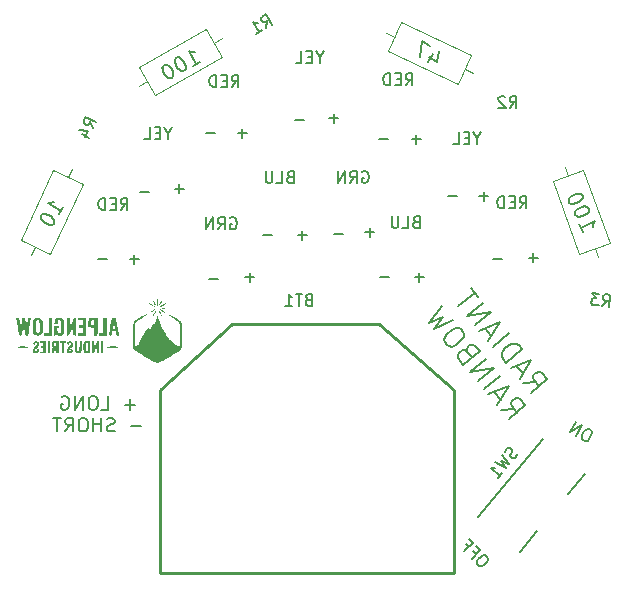
<source format=gbr>
%TF.GenerationSoftware,KiCad,Pcbnew,(6.0.1)*%
%TF.CreationDate,2022-04-15T14:04:08-07:00*%
%TF.ProjectId,Alpenglow_RadiantRainbow_PCB,416c7065-6e67-46c6-9f77-5f5261646961,rev?*%
%TF.SameCoordinates,Original*%
%TF.FileFunction,Legend,Bot*%
%TF.FilePolarity,Positive*%
%FSLAX46Y46*%
G04 Gerber Fmt 4.6, Leading zero omitted, Abs format (unit mm)*
G04 Created by KiCad (PCBNEW (6.0.1)) date 2022-04-15 14:04:08*
%MOMM*%
%LPD*%
G01*
G04 APERTURE LIST*
G04 Aperture macros list*
%AMHorizOval*
0 Thick line with rounded ends*
0 $1 width*
0 $2 $3 position (X,Y) of the first rounded end (center of the circle)*
0 $4 $5 position (X,Y) of the second rounded end (center of the circle)*
0 Add line between two ends*
20,1,$1,$2,$3,$4,$5,0*
0 Add two circle primitives to create the rounded ends*
1,1,$1,$2,$3*
1,1,$1,$4,$5*%
%AMRotRect*
0 Rectangle, with rotation*
0 The origin of the aperture is its center*
0 $1 length*
0 $2 width*
0 $3 Rotation angle, in degrees counterclockwise*
0 Add horizontal line*
21,1,$1,$2,0,0,$3*%
G04 Aperture macros list end*
%ADD10C,0.203200*%
%ADD11C,0.150000*%
%ADD12C,0.152400*%
%ADD13C,0.120000*%
%ADD14C,0.254000*%
%ADD15R,1.800000X1.800000*%
%ADD16C,1.800000*%
%ADD17HorizOval,1.900000X-0.612836X0.514230X0.612836X-0.514230X0*%
%ADD18RotRect,1.300000X2.500000X230.000000*%
%ADD19HorizOval,1.300000X-0.459627X0.385673X0.459627X-0.385673X0*%
%ADD20C,1.600000*%
%ADD21HorizOval,1.600000X0.000000X0.000000X0.000000X0.000000X0*%
%ADD22HorizOval,1.600000X0.000000X0.000000X0.000000X0.000000X0*%
%ADD23HorizOval,1.600000X0.000000X0.000000X0.000000X0.000000X0*%
%ADD24C,17.272000*%
%ADD25O,2.500000X4.000000*%
%ADD26HorizOval,1.600000X0.000000X0.000000X0.000000X0.000000X0*%
G04 APERTURE END LIST*
D10*
X155009314Y-78304745D02*
X154585981Y-79037980D01*
X155513089Y-78036945D02*
X155321387Y-78973744D01*
X154640526Y-78580649D01*
X154749616Y-77665985D02*
X154016381Y-77242652D01*
X153852746Y-78614647D01*
X134624496Y-79322218D02*
X135252983Y-78959361D01*
X134938740Y-79140790D02*
X134303740Y-78040938D01*
X134499202Y-78137583D01*
X134664426Y-78181855D01*
X134799412Y-78173752D01*
X133308635Y-78615461D02*
X133203887Y-78675938D01*
X133129378Y-78788788D01*
X133107242Y-78871400D01*
X133115344Y-79006386D01*
X133183923Y-79246119D01*
X133335113Y-79507989D01*
X133508439Y-79687247D01*
X133621290Y-79761756D01*
X133703902Y-79783892D01*
X133838887Y-79775790D01*
X133943635Y-79715314D01*
X134018145Y-79602464D01*
X134040281Y-79519851D01*
X134032179Y-79384866D01*
X133963600Y-79145132D01*
X133812410Y-78883262D01*
X133639083Y-78704005D01*
X133526233Y-78629495D01*
X133443621Y-78607359D01*
X133308635Y-78615461D01*
X132261157Y-79220223D02*
X132156409Y-79280699D01*
X132081899Y-79393550D01*
X132059764Y-79476162D01*
X132067866Y-79611148D01*
X132136444Y-79850881D01*
X132287635Y-80112751D01*
X132460961Y-80292008D01*
X132573811Y-80366518D01*
X132656423Y-80388654D01*
X132791409Y-80380552D01*
X132896157Y-80320076D01*
X132970667Y-80207225D01*
X132992803Y-80124613D01*
X132984700Y-79989627D01*
X132916122Y-79749894D01*
X132764931Y-79488024D01*
X132591605Y-79308767D01*
X132478755Y-79234257D01*
X132396143Y-79212121D01*
X132261157Y-79220223D01*
X167350121Y-92704144D02*
X167656821Y-93361865D01*
X167503471Y-93033005D02*
X168654482Y-92496279D01*
X168541168Y-92682575D01*
X168482665Y-92843311D01*
X168478972Y-92978490D01*
X168168873Y-91454889D02*
X168117757Y-91345269D01*
X168011830Y-91261207D01*
X167931462Y-91231955D01*
X167796283Y-91228262D01*
X167551485Y-91275685D01*
X167277434Y-91403477D01*
X167083753Y-91560520D01*
X166999691Y-91666447D01*
X166970439Y-91746815D01*
X166966746Y-91881994D01*
X167017862Y-91991614D01*
X167123789Y-92075676D01*
X167204158Y-92104927D01*
X167339336Y-92108621D01*
X167584134Y-92061197D01*
X167858185Y-91933406D01*
X168051867Y-91776362D01*
X168135928Y-91670435D01*
X168165180Y-91590067D01*
X168168873Y-91454889D01*
X167657706Y-90358688D02*
X167606590Y-90249068D01*
X167500663Y-90165006D01*
X167420295Y-90135754D01*
X167285116Y-90132061D01*
X167040318Y-90179484D01*
X166766268Y-90307276D01*
X166572586Y-90464319D01*
X166488524Y-90570246D01*
X166459272Y-90650614D01*
X166455579Y-90785793D01*
X166506696Y-90895413D01*
X166612622Y-90979475D01*
X166692991Y-91008726D01*
X166828169Y-91012420D01*
X167072968Y-90964996D01*
X167347018Y-90837205D01*
X167540700Y-90680161D01*
X167624761Y-90574235D01*
X167654013Y-90493866D01*
X167657706Y-90358688D01*
X123300504Y-91898766D02*
X123663361Y-91270279D01*
X123481933Y-91584522D02*
X122382080Y-90949522D01*
X122599678Y-90935489D01*
X122764902Y-90891217D01*
X122877752Y-90816707D01*
X121807557Y-91944627D02*
X121747080Y-92049374D01*
X121738978Y-92184360D01*
X121761114Y-92266972D01*
X121835624Y-92379823D01*
X122014881Y-92553149D01*
X122276751Y-92704339D01*
X122516485Y-92772918D01*
X122651471Y-92781020D01*
X122734083Y-92758884D01*
X122846933Y-92684374D01*
X122907409Y-92579627D01*
X122915511Y-92444641D01*
X122893375Y-92362029D01*
X122818866Y-92249179D01*
X122639608Y-92075852D01*
X122377738Y-91924662D01*
X122138005Y-91856083D01*
X122003019Y-91847981D01*
X121920407Y-91870117D01*
X121807557Y-91944627D01*
D11*
X154177952Y-97226428D02*
X153416047Y-97226428D01*
X153797000Y-97607380D02*
X153797000Y-96845476D01*
X132556142Y-85066190D02*
X132556142Y-85542380D01*
X132889476Y-84542380D02*
X132556142Y-85066190D01*
X132222809Y-84542380D01*
X131889476Y-85018571D02*
X131556142Y-85018571D01*
X131413285Y-85542380D02*
X131889476Y-85542380D01*
X131889476Y-84542380D01*
X131413285Y-84542380D01*
X130508523Y-85542380D02*
X130984714Y-85542380D01*
X130984714Y-84542380D01*
X152661857Y-80970380D02*
X152995190Y-80494190D01*
X153233285Y-80970380D02*
X153233285Y-79970380D01*
X152852333Y-79970380D01*
X152757095Y-80018000D01*
X152709476Y-80065619D01*
X152661857Y-80160857D01*
X152661857Y-80303714D01*
X152709476Y-80398952D01*
X152757095Y-80446571D01*
X152852333Y-80494190D01*
X153233285Y-80494190D01*
X152233285Y-80446571D02*
X151899952Y-80446571D01*
X151757095Y-80970380D02*
X152233285Y-80970380D01*
X152233285Y-79970380D01*
X151757095Y-79970380D01*
X151328523Y-80970380D02*
X151328523Y-79970380D01*
X151090428Y-79970380D01*
X150947571Y-80018000D01*
X150852333Y-80113238D01*
X150804714Y-80208476D01*
X150757095Y-80398952D01*
X150757095Y-80541809D01*
X150804714Y-80732285D01*
X150852333Y-80827523D01*
X150947571Y-80922761D01*
X151090428Y-80970380D01*
X151328523Y-80970380D01*
X160781952Y-95702428D02*
X160020047Y-95702428D01*
X144271952Y-93670428D02*
X143510047Y-93670428D01*
X143891000Y-94051380D02*
X143891000Y-93289476D01*
X149986952Y-93416428D02*
X149225047Y-93416428D01*
X149606000Y-93797380D02*
X149606000Y-93035476D01*
X158718142Y-85447190D02*
X158718142Y-85923380D01*
X159051476Y-84923380D02*
X158718142Y-85447190D01*
X158384809Y-84923380D01*
X158051476Y-85399571D02*
X157718142Y-85399571D01*
X157575285Y-85923380D02*
X158051476Y-85923380D01*
X158051476Y-84923380D01*
X157575285Y-84923380D01*
X156670523Y-85923380D02*
X157146714Y-85923380D01*
X157146714Y-84923380D01*
X137794904Y-92210000D02*
X137890142Y-92162380D01*
X138033000Y-92162380D01*
X138175857Y-92210000D01*
X138271095Y-92305238D01*
X138318714Y-92400476D01*
X138366333Y-92590952D01*
X138366333Y-92733809D01*
X138318714Y-92924285D01*
X138271095Y-93019523D01*
X138175857Y-93114761D01*
X138033000Y-93162380D01*
X137937761Y-93162380D01*
X137794904Y-93114761D01*
X137747285Y-93067142D01*
X137747285Y-92733809D01*
X137937761Y-92733809D01*
X136747285Y-93162380D02*
X137080619Y-92686190D01*
X137318714Y-93162380D02*
X137318714Y-92162380D01*
X136937761Y-92162380D01*
X136842523Y-92210000D01*
X136794904Y-92257619D01*
X136747285Y-92352857D01*
X136747285Y-92495714D01*
X136794904Y-92590952D01*
X136842523Y-92638571D01*
X136937761Y-92686190D01*
X137318714Y-92686190D01*
X136318714Y-93162380D02*
X136318714Y-92162380D01*
X135747285Y-93162380D01*
X135747285Y-92162380D01*
X142843142Y-88701571D02*
X142700285Y-88749190D01*
X142652666Y-88796809D01*
X142605047Y-88892047D01*
X142605047Y-89034904D01*
X142652666Y-89130142D01*
X142700285Y-89177761D01*
X142795523Y-89225380D01*
X143176476Y-89225380D01*
X143176476Y-88225380D01*
X142843142Y-88225380D01*
X142747904Y-88273000D01*
X142700285Y-88320619D01*
X142652666Y-88415857D01*
X142652666Y-88511095D01*
X142700285Y-88606333D01*
X142747904Y-88653952D01*
X142843142Y-88701571D01*
X143176476Y-88701571D01*
X141700285Y-89225380D02*
X142176476Y-89225380D01*
X142176476Y-88225380D01*
X141366952Y-88225380D02*
X141366952Y-89034904D01*
X141319333Y-89130142D01*
X141271714Y-89177761D01*
X141176476Y-89225380D01*
X140986000Y-89225380D01*
X140890761Y-89177761D01*
X140843142Y-89130142D01*
X140795523Y-89034904D01*
X140795523Y-88225380D01*
X147319952Y-93543428D02*
X146558047Y-93543428D01*
X129721428Y-108000527D02*
X128850571Y-108000527D01*
X129286000Y-108435956D02*
X129286000Y-107565099D01*
X126891142Y-108435956D02*
X127435428Y-108435956D01*
X127435428Y-107292956D01*
X126292428Y-107292956D02*
X126074714Y-107292956D01*
X125965857Y-107347385D01*
X125857000Y-107456242D01*
X125802571Y-107673956D01*
X125802571Y-108054956D01*
X125857000Y-108272670D01*
X125965857Y-108381527D01*
X126074714Y-108435956D01*
X126292428Y-108435956D01*
X126401285Y-108381527D01*
X126510142Y-108272670D01*
X126564571Y-108054956D01*
X126564571Y-107673956D01*
X126510142Y-107456242D01*
X126401285Y-107347385D01*
X126292428Y-107292956D01*
X125312714Y-108435956D02*
X125312714Y-107292956D01*
X124659571Y-108435956D01*
X124659571Y-107292956D01*
X123516571Y-107347385D02*
X123625428Y-107292956D01*
X123788714Y-107292956D01*
X123952000Y-107347385D01*
X124060857Y-107456242D01*
X124115285Y-107565099D01*
X124169714Y-107782813D01*
X124169714Y-107946099D01*
X124115285Y-108163813D01*
X124060857Y-108272670D01*
X123952000Y-108381527D01*
X123788714Y-108435956D01*
X123679857Y-108435956D01*
X123516571Y-108381527D01*
X123462142Y-108327099D01*
X123462142Y-107946099D01*
X123679857Y-107946099D01*
X130238500Y-109840757D02*
X129367642Y-109840757D01*
X128006928Y-110221757D02*
X127843642Y-110276186D01*
X127571500Y-110276186D01*
X127462642Y-110221757D01*
X127408214Y-110167329D01*
X127353785Y-110058472D01*
X127353785Y-109949615D01*
X127408214Y-109840757D01*
X127462642Y-109786329D01*
X127571500Y-109731900D01*
X127789214Y-109677472D01*
X127898071Y-109623043D01*
X127952500Y-109568615D01*
X128006928Y-109459757D01*
X128006928Y-109350900D01*
X127952500Y-109242043D01*
X127898071Y-109187615D01*
X127789214Y-109133186D01*
X127517071Y-109133186D01*
X127353785Y-109187615D01*
X126863928Y-110276186D02*
X126863928Y-109133186D01*
X126863928Y-109677472D02*
X126210785Y-109677472D01*
X126210785Y-110276186D02*
X126210785Y-109133186D01*
X125448785Y-109133186D02*
X125231071Y-109133186D01*
X125122214Y-109187615D01*
X125013357Y-109296472D01*
X124958928Y-109514186D01*
X124958928Y-109895186D01*
X125013357Y-110112900D01*
X125122214Y-110221757D01*
X125231071Y-110276186D01*
X125448785Y-110276186D01*
X125557642Y-110221757D01*
X125666500Y-110112900D01*
X125720928Y-109895186D01*
X125720928Y-109514186D01*
X125666500Y-109296472D01*
X125557642Y-109187615D01*
X125448785Y-109133186D01*
X123815928Y-110276186D02*
X124196928Y-109731900D01*
X124469071Y-110276186D02*
X124469071Y-109133186D01*
X124033642Y-109133186D01*
X123924785Y-109187615D01*
X123870357Y-109242043D01*
X123815928Y-109350900D01*
X123815928Y-109514186D01*
X123870357Y-109623043D01*
X123924785Y-109677472D01*
X124033642Y-109731900D01*
X124469071Y-109731900D01*
X123489357Y-109133186D02*
X122836214Y-109133186D01*
X123162785Y-110276186D02*
X123162785Y-109133186D01*
X162313857Y-91384380D02*
X162647190Y-90908190D01*
X162885285Y-91384380D02*
X162885285Y-90384380D01*
X162504333Y-90384380D01*
X162409095Y-90432000D01*
X162361476Y-90479619D01*
X162313857Y-90574857D01*
X162313857Y-90717714D01*
X162361476Y-90812952D01*
X162409095Y-90860571D01*
X162504333Y-90908190D01*
X162885285Y-90908190D01*
X161885285Y-90860571D02*
X161551952Y-90860571D01*
X161409095Y-91384380D02*
X161885285Y-91384380D01*
X161885285Y-90384380D01*
X161409095Y-90384380D01*
X160980523Y-91384380D02*
X160980523Y-90384380D01*
X160742428Y-90384380D01*
X160599571Y-90432000D01*
X160504333Y-90527238D01*
X160456714Y-90622476D01*
X160409095Y-90812952D01*
X160409095Y-90955809D01*
X160456714Y-91146285D01*
X160504333Y-91241523D01*
X160599571Y-91336761D01*
X160742428Y-91384380D01*
X160980523Y-91384380D01*
X130936952Y-89987428D02*
X130175047Y-89987428D01*
X144017952Y-83891428D02*
X143256047Y-83891428D01*
X153923952Y-85542428D02*
X153162047Y-85542428D01*
X153543000Y-85923380D02*
X153543000Y-85161476D01*
X133857952Y-89733428D02*
X133096047Y-89733428D01*
X133477000Y-90114380D02*
X133477000Y-89352476D01*
X139826952Y-97226428D02*
X139065047Y-97226428D01*
X139446000Y-97607380D02*
X139446000Y-96845476D01*
X151129952Y-85542428D02*
X150368047Y-85542428D01*
X163829952Y-95575428D02*
X163068047Y-95575428D01*
X163449000Y-95956380D02*
X163449000Y-95194476D01*
X151256952Y-97226428D02*
X150495047Y-97226428D01*
X159638952Y-90368428D02*
X158877047Y-90368428D01*
X159258000Y-90749380D02*
X159258000Y-89987476D01*
X156971952Y-90368428D02*
X156210047Y-90368428D01*
X130047952Y-95702428D02*
X129286047Y-95702428D01*
X129667000Y-96083380D02*
X129667000Y-95321476D01*
X136524952Y-85034428D02*
X135763047Y-85034428D01*
X153511142Y-92511571D02*
X153368285Y-92559190D01*
X153320666Y-92606809D01*
X153273047Y-92702047D01*
X153273047Y-92844904D01*
X153320666Y-92940142D01*
X153368285Y-92987761D01*
X153463523Y-93035380D01*
X153844476Y-93035380D01*
X153844476Y-92035380D01*
X153511142Y-92035380D01*
X153415904Y-92083000D01*
X153368285Y-92130619D01*
X153320666Y-92225857D01*
X153320666Y-92321095D01*
X153368285Y-92416333D01*
X153415904Y-92463952D01*
X153511142Y-92511571D01*
X153844476Y-92511571D01*
X152368285Y-93035380D02*
X152844476Y-93035380D01*
X152844476Y-92035380D01*
X152034952Y-92035380D02*
X152034952Y-92844904D01*
X151987333Y-92940142D01*
X151939714Y-92987761D01*
X151844476Y-93035380D01*
X151654000Y-93035380D01*
X151558761Y-92987761D01*
X151511142Y-92940142D01*
X151463523Y-92844904D01*
X151463523Y-92035380D01*
X127380952Y-95702428D02*
X126619047Y-95702428D01*
D12*
X168335879Y-110195636D02*
X168168282Y-110098874D01*
X168060293Y-110092392D01*
X167928114Y-110127809D01*
X167789453Y-110271215D01*
X167620120Y-110564509D01*
X167565257Y-110756296D01*
X167600674Y-110888475D01*
X167660282Y-110978756D01*
X167827879Y-111075517D01*
X167935867Y-111081999D01*
X168068047Y-111046582D01*
X168206708Y-110903176D01*
X168376041Y-110609882D01*
X168430904Y-110418095D01*
X168395487Y-110285916D01*
X168335879Y-110195636D01*
X167073694Y-110640089D02*
X167581694Y-109760207D01*
X166570905Y-110349803D01*
X167078905Y-109469921D01*
D11*
X148970904Y-88273000D02*
X149066142Y-88225380D01*
X149209000Y-88225380D01*
X149351857Y-88273000D01*
X149447095Y-88368238D01*
X149494714Y-88463476D01*
X149542333Y-88653952D01*
X149542333Y-88796809D01*
X149494714Y-88987285D01*
X149447095Y-89082523D01*
X149351857Y-89177761D01*
X149209000Y-89225380D01*
X149113761Y-89225380D01*
X148970904Y-89177761D01*
X148923285Y-89130142D01*
X148923285Y-88796809D01*
X149113761Y-88796809D01*
X147923285Y-89225380D02*
X148256619Y-88749190D01*
X148494714Y-89225380D02*
X148494714Y-88225380D01*
X148113761Y-88225380D01*
X148018523Y-88273000D01*
X147970904Y-88320619D01*
X147923285Y-88415857D01*
X147923285Y-88558714D01*
X147970904Y-88653952D01*
X148018523Y-88701571D01*
X148113761Y-88749190D01*
X148494714Y-88749190D01*
X147494714Y-89225380D02*
X147494714Y-88225380D01*
X146923285Y-89225380D01*
X146923285Y-88225380D01*
D10*
X162622720Y-106212488D02*
X163652263Y-106122270D01*
X163275792Y-106990789D02*
X164637819Y-105847913D01*
X164202438Y-105329045D01*
X164028734Y-105253751D01*
X163909453Y-105243315D01*
X163725313Y-105287302D01*
X163530738Y-105450570D01*
X163455444Y-105624274D01*
X163445008Y-105743555D01*
X163488995Y-105927695D01*
X163924376Y-106446562D01*
X162576489Y-105367084D02*
X162032262Y-104718500D01*
X162296184Y-105823337D02*
X163277252Y-104226452D01*
X161534266Y-104915319D01*
X161153307Y-104461310D02*
X162515334Y-103318434D01*
X162243221Y-102994142D01*
X162015095Y-102853989D01*
X161776532Y-102833118D01*
X161592393Y-102877104D01*
X161278536Y-103029937D01*
X161083961Y-103193205D01*
X160878950Y-103475754D01*
X160803656Y-103649458D01*
X160782784Y-103888020D01*
X160881194Y-104137018D01*
X161153307Y-104461310D01*
X160010431Y-103099283D02*
X161372458Y-101956407D01*
X159909777Y-102189021D02*
X159365551Y-101540437D01*
X159629472Y-102645274D02*
X160610540Y-101048389D01*
X158867555Y-101737256D01*
X158486596Y-101283247D02*
X159848623Y-100140371D01*
X157833524Y-100504946D01*
X159195551Y-99362070D01*
X158814592Y-98908061D02*
X158161520Y-98129759D01*
X157126029Y-99661786D02*
X158488056Y-98518910D01*
X160756392Y-108441669D02*
X161785935Y-108351451D01*
X161409464Y-109219970D02*
X162771491Y-108077094D01*
X162336110Y-107558227D01*
X162162406Y-107482933D01*
X162043125Y-107472497D01*
X161858985Y-107516484D01*
X161664410Y-107679752D01*
X161589116Y-107853456D01*
X161578680Y-107972737D01*
X161622667Y-108156876D01*
X162058049Y-108675744D01*
X160710161Y-107596266D02*
X160165934Y-106947681D01*
X160429856Y-108052519D02*
X161410924Y-106455633D01*
X159667938Y-107144501D01*
X159286980Y-106690492D02*
X160649007Y-105547615D01*
X158742753Y-106041907D02*
X160104780Y-104899031D01*
X158089680Y-105263606D01*
X159451707Y-104120730D01*
X157877938Y-103562363D02*
X157649811Y-103422211D01*
X157530530Y-103411775D01*
X157346390Y-103455762D01*
X157151815Y-103619030D01*
X157076521Y-103792734D01*
X157066085Y-103912015D01*
X157110072Y-104096155D01*
X157545454Y-104615022D01*
X158907481Y-103472146D01*
X158526522Y-103018137D01*
X158352818Y-102942842D01*
X158233537Y-102932407D01*
X158049397Y-102976394D01*
X157919681Y-103085239D01*
X157844386Y-103258943D01*
X157833951Y-103378224D01*
X157877938Y-103562363D01*
X158258896Y-104016372D01*
X157546914Y-101850685D02*
X157329223Y-101591251D01*
X157155519Y-101515957D01*
X156916957Y-101495086D01*
X156603100Y-101647918D01*
X156149091Y-102028877D01*
X155944080Y-102311426D01*
X155923209Y-102549988D01*
X155967196Y-102734128D01*
X156184887Y-102993561D01*
X156358590Y-103068855D01*
X156597153Y-103089727D01*
X156911009Y-102936895D01*
X157365018Y-102555936D01*
X157570029Y-102273387D01*
X157590900Y-102034824D01*
X157546914Y-101850685D01*
X156676151Y-100812950D02*
X155042010Y-101631534D01*
X155797196Y-100555760D01*
X154606629Y-101112667D01*
X155696542Y-99645498D01*
D11*
X146938952Y-83764428D02*
X146177047Y-83764428D01*
X146558000Y-84145380D02*
X146558000Y-83383476D01*
X145383142Y-78589190D02*
X145383142Y-79065380D01*
X145716476Y-78065380D02*
X145383142Y-78589190D01*
X145049809Y-78065380D01*
X144716476Y-78541571D02*
X144383142Y-78541571D01*
X144240285Y-79065380D02*
X144716476Y-79065380D01*
X144716476Y-78065380D01*
X144240285Y-78065380D01*
X143335523Y-79065380D02*
X143811714Y-79065380D01*
X143811714Y-78065380D01*
X139191952Y-85034428D02*
X138430047Y-85034428D01*
X138811000Y-85415380D02*
X138811000Y-84653476D01*
D12*
X159573630Y-120940789D02*
X159436788Y-120803947D01*
X159334157Y-120769736D01*
X159197315Y-120769736D01*
X159026262Y-120872368D01*
X158786789Y-121111841D01*
X158684157Y-121282894D01*
X158684157Y-121419736D01*
X158718368Y-121522367D01*
X158855210Y-121659209D01*
X158957841Y-121693420D01*
X159094683Y-121693420D01*
X159265736Y-121590788D01*
X159505209Y-121351315D01*
X159607841Y-121180262D01*
X159607841Y-121043420D01*
X159573630Y-120940789D01*
X158376263Y-120427631D02*
X158615736Y-120667105D01*
X158239421Y-121043420D02*
X158957841Y-120325000D01*
X158615736Y-119982895D01*
X157760474Y-119811842D02*
X157999947Y-120051316D01*
X157623632Y-120427631D02*
X158342052Y-119709211D01*
X157999947Y-119367106D01*
D11*
X141350952Y-93670428D02*
X140589047Y-93670428D01*
X136778952Y-97353428D02*
X136017047Y-97353428D01*
X137929857Y-81097380D02*
X138263190Y-80621190D01*
X138501285Y-81097380D02*
X138501285Y-80097380D01*
X138120333Y-80097380D01*
X138025095Y-80145000D01*
X137977476Y-80192619D01*
X137929857Y-80287857D01*
X137929857Y-80430714D01*
X137977476Y-80525952D01*
X138025095Y-80573571D01*
X138120333Y-80621190D01*
X138501285Y-80621190D01*
X137501285Y-80573571D02*
X137167952Y-80573571D01*
X137025095Y-81097380D02*
X137501285Y-81097380D01*
X137501285Y-80097380D01*
X137025095Y-80097380D01*
X136596523Y-81097380D02*
X136596523Y-80097380D01*
X136358428Y-80097380D01*
X136215571Y-80145000D01*
X136120333Y-80240238D01*
X136072714Y-80335476D01*
X136025095Y-80525952D01*
X136025095Y-80668809D01*
X136072714Y-80859285D01*
X136120333Y-80954523D01*
X136215571Y-81049761D01*
X136358428Y-81097380D01*
X136596523Y-81097380D01*
X128531857Y-91511380D02*
X128865190Y-91035190D01*
X129103285Y-91511380D02*
X129103285Y-90511380D01*
X128722333Y-90511380D01*
X128627095Y-90559000D01*
X128579476Y-90606619D01*
X128531857Y-90701857D01*
X128531857Y-90844714D01*
X128579476Y-90939952D01*
X128627095Y-90987571D01*
X128722333Y-91035190D01*
X129103285Y-91035190D01*
X128103285Y-90987571D02*
X127769952Y-90987571D01*
X127627095Y-91511380D02*
X128103285Y-91511380D01*
X128103285Y-90511380D01*
X127627095Y-90511380D01*
X127198523Y-91511380D02*
X127198523Y-90511380D01*
X126960428Y-90511380D01*
X126817571Y-90559000D01*
X126722333Y-90654238D01*
X126674714Y-90749476D01*
X126627095Y-90939952D01*
X126627095Y-91082809D01*
X126674714Y-91273285D01*
X126722333Y-91368523D01*
X126817571Y-91463761D01*
X126960428Y-91511380D01*
X127198523Y-91511380D01*
%TO.C,SW1*%
X162117027Y-112162122D02*
X162061679Y-112302166D01*
X161908634Y-112484557D01*
X161810938Y-112526905D01*
X161743851Y-112532774D01*
X161640285Y-112508035D01*
X161567329Y-112446817D01*
X161524981Y-112349121D01*
X161519111Y-112282033D01*
X161543851Y-112178468D01*
X161629808Y-112001946D01*
X161654548Y-111898380D01*
X161648679Y-111831293D01*
X161606331Y-111733597D01*
X161533374Y-111672379D01*
X161429809Y-111647639D01*
X161362722Y-111653509D01*
X161265025Y-111695856D01*
X161111981Y-111878248D01*
X161056632Y-112018292D01*
X160805891Y-112243031D02*
X161418891Y-113068210D01*
X160749281Y-112754989D01*
X161174020Y-113360037D01*
X160254931Y-112899641D01*
X160439405Y-114235516D02*
X160806712Y-113797776D01*
X160623059Y-114016646D02*
X159857014Y-113373859D01*
X160027667Y-113392729D01*
X160161842Y-113380990D01*
X160259538Y-113338642D01*
%TO.C,R4*%
X126210432Y-84622133D02*
X125919730Y-84118783D01*
X126451928Y-84104242D02*
X125545621Y-83681624D01*
X125384623Y-84026884D01*
X125387531Y-84133324D01*
X125410564Y-84196606D01*
X125476755Y-84280013D01*
X125606227Y-84340387D01*
X125712667Y-84337479D01*
X125775949Y-84314446D01*
X125859356Y-84248256D01*
X126020353Y-83902996D01*
X125243983Y-85117222D02*
X125848188Y-85398968D01*
X124999346Y-84740437D02*
X125747332Y-84826520D01*
X125485711Y-85387568D01*
%TO.C,R1*%
X140832528Y-76127440D02*
X140883107Y-75548380D01*
X141327399Y-75841725D02*
X140827399Y-74975700D01*
X140497485Y-75166176D01*
X140438816Y-75255034D01*
X140421386Y-75320083D01*
X140427766Y-75426371D01*
X140499194Y-75550089D01*
X140588053Y-75608758D01*
X140653101Y-75626188D01*
X140759390Y-75619808D01*
X141089304Y-75429332D01*
X140007741Y-76603630D02*
X140502613Y-76317916D01*
X140255177Y-76460773D02*
X139755177Y-75594747D01*
X139909084Y-75670846D01*
X140039182Y-75705706D01*
X140145470Y-75699326D01*
%TO.C,R3*%
X169307063Y-99653963D02*
X169680631Y-99208636D01*
X169876317Y-99703766D02*
X169963473Y-98707572D01*
X169583970Y-98674369D01*
X169484945Y-98713507D01*
X169433356Y-98756794D01*
X169377618Y-98847520D01*
X169365167Y-98989833D01*
X169404304Y-99088859D01*
X169447592Y-99140447D01*
X169538317Y-99196186D01*
X169917820Y-99229388D01*
X169062154Y-98628716D02*
X168445462Y-98574763D01*
X168744325Y-98983317D01*
X168602011Y-98970867D01*
X168502985Y-99010004D01*
X168451397Y-99053291D01*
X168395659Y-99144017D01*
X168374908Y-99381206D01*
X168414045Y-99480232D01*
X168457332Y-99531820D01*
X168548058Y-99587559D01*
X168832685Y-99612460D01*
X168931711Y-99573323D01*
X168983299Y-99530035D01*
%TO.C,BT1*%
X144422714Y-99115571D02*
X144279857Y-99163190D01*
X144232238Y-99210809D01*
X144184619Y-99306047D01*
X144184619Y-99448904D01*
X144232238Y-99544142D01*
X144279857Y-99591761D01*
X144375095Y-99639380D01*
X144756047Y-99639380D01*
X144756047Y-98639380D01*
X144422714Y-98639380D01*
X144327476Y-98687000D01*
X144279857Y-98734619D01*
X144232238Y-98829857D01*
X144232238Y-98925095D01*
X144279857Y-99020333D01*
X144327476Y-99067952D01*
X144422714Y-99115571D01*
X144756047Y-99115571D01*
X143898904Y-98639380D02*
X143327476Y-98639380D01*
X143613190Y-99639380D02*
X143613190Y-98639380D01*
X142470333Y-99639380D02*
X143041761Y-99639380D01*
X142756047Y-99639380D02*
X142756047Y-98639380D01*
X142851285Y-98782238D01*
X142946523Y-98877476D01*
X143041761Y-98925095D01*
%TO.C,R2*%
X161456666Y-82875380D02*
X161790000Y-82399190D01*
X162028095Y-82875380D02*
X162028095Y-81875380D01*
X161647142Y-81875380D01*
X161551904Y-81923000D01*
X161504285Y-81970619D01*
X161456666Y-82065857D01*
X161456666Y-82208714D01*
X161504285Y-82303952D01*
X161551904Y-82351571D01*
X161647142Y-82399190D01*
X162028095Y-82399190D01*
X161075714Y-81970619D02*
X161028095Y-81923000D01*
X160932857Y-81875380D01*
X160694761Y-81875380D01*
X160599523Y-81923000D01*
X160551904Y-81970619D01*
X160504285Y-82065857D01*
X160504285Y-82161095D01*
X160551904Y-82303952D01*
X161123333Y-82875380D01*
X160504285Y-82875380D01*
%TO.C,SW1*%
X167847889Y-113881420D02*
X166433756Y-115566718D01*
X163798327Y-118707500D02*
X162319915Y-120469402D01*
X164324084Y-110924597D02*
X158796111Y-117512579D01*
D13*
%TO.C,R4*%
X124389378Y-88032517D02*
X124063962Y-88730374D01*
X122822320Y-88151387D02*
X125305604Y-89309361D01*
X122541680Y-95236614D02*
X120058397Y-94078640D01*
X125305604Y-89309361D02*
X122541680Y-95236614D01*
X120058397Y-94078640D02*
X122822320Y-88151387D01*
X120974622Y-95355484D02*
X121300039Y-94657627D01*
%TO.C,R1*%
X131457097Y-81815455D02*
X130087097Y-79442545D01*
X130087097Y-79442545D02*
X135750903Y-76172545D01*
X137102743Y-76974000D02*
X136435903Y-77359000D01*
X137120903Y-78545455D02*
X131457097Y-81815455D01*
X130105257Y-81014000D02*
X130772097Y-80629000D01*
X135750903Y-76172545D02*
X137120903Y-78545455D01*
%TO.C,R3*%
X167372466Y-95235363D02*
X165135654Y-89089773D01*
X166159677Y-87897642D02*
X166423033Y-88621206D01*
X165135654Y-89089773D02*
X167710412Y-88152638D01*
X169947223Y-94298228D02*
X167372466Y-95235363D01*
X167710412Y-88152638D02*
X169947223Y-94298228D01*
X168923200Y-95490359D02*
X168659845Y-94766795D01*
D14*
%TO.C,BT1*%
X137922000Y-101219000D02*
X150368000Y-101219000D01*
X156718000Y-122301000D02*
X156718000Y-106807000D01*
X137922000Y-101219000D02*
X131826000Y-106807000D01*
X131826000Y-122301000D02*
X156718000Y-122301000D01*
X131826000Y-122301000D02*
X131826000Y-106807000D01*
X150368000Y-101219000D02*
X156718000Y-106807000D01*
%TO.C,G\u002A\u002A\u002A*%
G36*
X124769055Y-102156739D02*
G01*
X124650188Y-102149119D01*
X124531321Y-102141500D01*
X124518808Y-101741500D01*
X124506296Y-101341500D01*
X124342062Y-101741500D01*
X124177827Y-102141500D01*
X123993291Y-102157018D01*
X123993291Y-100654000D01*
X124217242Y-100654000D01*
X124224133Y-101047004D01*
X124231025Y-101440009D01*
X124395888Y-101053254D01*
X124560751Y-100666500D01*
X124664903Y-100658812D01*
X124769055Y-100651125D01*
X124769055Y-102156739D01*
G37*
G36*
X125758705Y-103654000D02*
G01*
X125638787Y-103649991D01*
X125537756Y-103632603D01*
X125465208Y-103595763D01*
X125416634Y-103533432D01*
X125387522Y-103439570D01*
X125373363Y-103308139D01*
X125369646Y-103133099D01*
X125369840Y-103119929D01*
X125569843Y-103119929D01*
X125571493Y-103223701D01*
X125576968Y-103330658D01*
X125585367Y-103412041D01*
X125595748Y-103455643D01*
X125623287Y-103484971D01*
X125683334Y-103504000D01*
X125745015Y-103504000D01*
X125745015Y-103129000D01*
X125744990Y-103078386D01*
X125744296Y-102948397D01*
X125741936Y-102858656D01*
X125736955Y-102801755D01*
X125728400Y-102770285D01*
X125715317Y-102756836D01*
X125696753Y-102754000D01*
X125673619Y-102755188D01*
X125629885Y-102769863D01*
X125600031Y-102806783D01*
X125581666Y-102872839D01*
X125572400Y-102974923D01*
X125569843Y-103119929D01*
X125369840Y-103119929D01*
X125371359Y-103017047D01*
X125376459Y-102905387D01*
X125384132Y-102818676D01*
X125393553Y-102769434D01*
X125429811Y-102707807D01*
X125498212Y-102657412D01*
X125601762Y-102625494D01*
X125747125Y-102609031D01*
X125945212Y-102597575D01*
X125945212Y-103654000D01*
X125758705Y-103654000D01*
G37*
G36*
X121440499Y-102614569D02*
G01*
X121533766Y-102662824D01*
X121594353Y-102744581D01*
X121615951Y-102853720D01*
X121613252Y-102913346D01*
X121598072Y-102979810D01*
X121563573Y-103043237D01*
X121503123Y-103114995D01*
X121410086Y-103206449D01*
X121335245Y-103279938D01*
X121290782Y-103333564D01*
X121271291Y-103376395D01*
X121269833Y-103418949D01*
X121273123Y-103440935D01*
X121293597Y-103481282D01*
X121340680Y-103491500D01*
X121365844Y-103489278D01*
X121403775Y-103465144D01*
X121431550Y-103404000D01*
X121436532Y-103389374D01*
X121458541Y-103339652D01*
X121475343Y-103322750D01*
X121501739Y-103326848D01*
X121556684Y-103329000D01*
X121574125Y-103329253D01*
X121605955Y-103337076D01*
X121615154Y-103366327D01*
X121608854Y-103430940D01*
X121592921Y-103498977D01*
X121537913Y-103594920D01*
X121453291Y-103655366D01*
X121440239Y-103660242D01*
X121339918Y-103674016D01*
X121237936Y-103654921D01*
X121150521Y-103608205D01*
X121093901Y-103539118D01*
X121073021Y-103471341D01*
X121068347Y-103364572D01*
X121093745Y-103271106D01*
X121103157Y-103256082D01*
X121145299Y-103201940D01*
X121208607Y-103128830D01*
X121283351Y-103048193D01*
X121342944Y-102983788D01*
X121404523Y-102905631D01*
X121430762Y-102848241D01*
X121423999Y-102805335D01*
X121386571Y-102770629D01*
X121371878Y-102763458D01*
X121321206Y-102766686D01*
X121281598Y-102806207D01*
X121265606Y-102871547D01*
X121261773Y-102909761D01*
X121239621Y-102923683D01*
X121184276Y-102915565D01*
X121138932Y-102905515D01*
X121099675Y-102888929D01*
X121090743Y-102857156D01*
X121100873Y-102793748D01*
X121107263Y-102767212D01*
X121157255Y-102678789D01*
X121242526Y-102623260D01*
X121358492Y-102604000D01*
X121440499Y-102614569D01*
G37*
G36*
X121931535Y-101738674D02*
G01*
X121917782Y-101856557D01*
X121895613Y-101945089D01*
X121863298Y-102011151D01*
X121819103Y-102061624D01*
X121761298Y-102103390D01*
X121724176Y-102121545D01*
X121615690Y-102148467D01*
X121489957Y-102155299D01*
X121366909Y-102141858D01*
X121266479Y-102107959D01*
X121244131Y-102095435D01*
X121189328Y-102056519D01*
X121147851Y-102008355D01*
X121117918Y-101944163D01*
X121097743Y-101857162D01*
X121085541Y-101740572D01*
X121079529Y-101587611D01*
X121077922Y-101391500D01*
X121077939Y-101381118D01*
X121362670Y-101381118D01*
X121365027Y-101522474D01*
X121370482Y-101654999D01*
X121378958Y-101768579D01*
X121390377Y-101853096D01*
X121404661Y-101898437D01*
X121405008Y-101898929D01*
X121463440Y-101943917D01*
X121535165Y-101950281D01*
X121600163Y-101916201D01*
X121614847Y-101897675D01*
X121637507Y-101843824D01*
X121653033Y-101761720D01*
X121661960Y-101645989D01*
X121664822Y-101491257D01*
X121662152Y-101292149D01*
X121660845Y-101237946D01*
X121657045Y-101109977D01*
X121652168Y-101020500D01*
X121644805Y-100960950D01*
X121633545Y-100922758D01*
X121616978Y-100897358D01*
X121593695Y-100876183D01*
X121537396Y-100846431D01*
X121462446Y-100849308D01*
X121396986Y-100898802D01*
X121385778Y-100929708D01*
X121374965Y-101005227D01*
X121367562Y-101112379D01*
X121363489Y-101241048D01*
X121362670Y-101381118D01*
X121077939Y-101381118D01*
X121078133Y-101264822D01*
X121079464Y-101128087D01*
X121082644Y-101027702D01*
X121088378Y-100955765D01*
X121097373Y-100904373D01*
X121110335Y-100865623D01*
X121127971Y-100831613D01*
X121172722Y-100765502D01*
X121250908Y-100693352D01*
X121350908Y-100652024D01*
X121485372Y-100634543D01*
X121615735Y-100637294D01*
X121730089Y-100667421D01*
X121817003Y-100730239D01*
X121884966Y-100829897D01*
X121900645Y-100862108D01*
X121916654Y-100904259D01*
X121927788Y-100953277D01*
X121934903Y-101017790D01*
X121938859Y-101106422D01*
X121940513Y-101227799D01*
X121940722Y-101390547D01*
X121939624Y-101491257D01*
X121938606Y-101584558D01*
X121931535Y-101738674D01*
G37*
G36*
X122692010Y-102154000D02*
G01*
X122066394Y-102154000D01*
X122066394Y-101954000D01*
X122416739Y-101954000D01*
X122416739Y-100654000D01*
X122692010Y-100654000D01*
X122692010Y-102154000D01*
G37*
G36*
X128358509Y-101884681D02*
G01*
X128379595Y-101997817D01*
X128393143Y-102075213D01*
X128397892Y-102110250D01*
X128397863Y-102111976D01*
X128387456Y-102138073D01*
X128350420Y-102150706D01*
X128275180Y-102154000D01*
X128209147Y-102152263D01*
X128165332Y-102140428D01*
X128139324Y-102108603D01*
X128123253Y-102046897D01*
X128109250Y-101945419D01*
X128091564Y-101804000D01*
X127827826Y-101804000D01*
X127810140Y-101945419D01*
X127796699Y-102043585D01*
X127780867Y-102106728D01*
X127755420Y-102139584D01*
X127712491Y-102152044D01*
X127644210Y-102154000D01*
X127601695Y-102152831D01*
X127543846Y-102146055D01*
X127520710Y-102135250D01*
X127521134Y-102131066D01*
X127528471Y-102088007D01*
X127543986Y-102004159D01*
X127566492Y-101885740D01*
X127594799Y-101738970D01*
X127624852Y-101584778D01*
X127875367Y-101584778D01*
X127898047Y-101601026D01*
X127958100Y-101604000D01*
X128050348Y-101604000D01*
X128034165Y-101497750D01*
X128024396Y-101437002D01*
X128006743Y-101333975D01*
X127987832Y-101229000D01*
X127957682Y-101066500D01*
X127925052Y-101266500D01*
X127922006Y-101285116D01*
X127904789Y-101388569D01*
X127889499Y-101477805D01*
X127879137Y-101535250D01*
X127877439Y-101544267D01*
X127875367Y-101584778D01*
X127624852Y-101584778D01*
X127627719Y-101570067D01*
X127664063Y-101385250D01*
X127808471Y-100654000D01*
X128112192Y-100654000D01*
X128255175Y-101360250D01*
X128262609Y-101397031D01*
X128298756Y-101577668D01*
X128303932Y-101604000D01*
X128331142Y-101742424D01*
X128358509Y-101884681D01*
G37*
G36*
X122435508Y-102608740D02*
G01*
X122529350Y-102616500D01*
X122542878Y-103654000D01*
X122341665Y-103654000D01*
X122341665Y-102600981D01*
X122435508Y-102608740D01*
G37*
G36*
X126570785Y-101440319D02*
G01*
X126569945Y-101623110D01*
X126568143Y-101787743D01*
X126565520Y-101927850D01*
X126562219Y-102037063D01*
X126558380Y-102109013D01*
X126554145Y-102137333D01*
X126537739Y-102143666D01*
X126481877Y-102151101D01*
X126403997Y-102154000D01*
X126270532Y-102154000D01*
X126270532Y-101479000D01*
X126142935Y-101479000D01*
X126126857Y-101478793D01*
X125986052Y-101457108D01*
X125871731Y-101402409D01*
X125792204Y-101318500D01*
X125764052Y-101251653D01*
X125744163Y-101137065D01*
X125744139Y-101073423D01*
X126009155Y-101073423D01*
X126012772Y-101146502D01*
X126027688Y-101208087D01*
X126057731Y-101244524D01*
X126114697Y-101268689D01*
X126187729Y-101279000D01*
X126270532Y-101279000D01*
X126270532Y-100854000D01*
X126173498Y-100854000D01*
X126098080Y-100862779D01*
X126044186Y-100897411D01*
X126016349Y-100965217D01*
X126009155Y-101073423D01*
X125744139Y-101073423D01*
X125744115Y-101011053D01*
X125763541Y-100892881D01*
X125802072Y-100801811D01*
X125832935Y-100759738D01*
X125879868Y-100713967D01*
X125938047Y-100683549D01*
X126017145Y-100665479D01*
X126126834Y-100656754D01*
X126276789Y-100654368D01*
X126570828Y-100654000D01*
X126570828Y-101387333D01*
X126570785Y-101440319D01*
G37*
G36*
X124348013Y-102619414D02*
G01*
X124429620Y-102667861D01*
X124477128Y-102751866D01*
X124492988Y-102873956D01*
X124493065Y-102899123D01*
X124490359Y-102954105D01*
X124478170Y-102997917D01*
X124449888Y-103042054D01*
X124398905Y-103098015D01*
X124318611Y-103177296D01*
X124262607Y-103233311D01*
X124193000Y-103311064D01*
X124154978Y-103369116D01*
X124143439Y-103414374D01*
X124143583Y-103421323D01*
X124161555Y-103478516D01*
X124200747Y-103502019D01*
X124248493Y-103493676D01*
X124292126Y-103455331D01*
X124318979Y-103388826D01*
X124327522Y-103352969D01*
X124352275Y-103325526D01*
X124406566Y-103325264D01*
X124445036Y-103330328D01*
X124491885Y-103345224D01*
X124504491Y-103378072D01*
X124493401Y-103443194D01*
X124476987Y-103496120D01*
X124416814Y-103593696D01*
X124331123Y-103656645D01*
X124272306Y-103672972D01*
X124170357Y-103667721D01*
X124074038Y-103628569D01*
X123997543Y-103562341D01*
X123955064Y-103475860D01*
X123948150Y-103435144D01*
X123951000Y-103352304D01*
X123982279Y-103270557D01*
X124046507Y-103180469D01*
X124148204Y-103072603D01*
X124220004Y-102998745D01*
X124285278Y-102917710D01*
X124313074Y-102856198D01*
X124305435Y-102808898D01*
X124264403Y-102770502D01*
X124249506Y-102763292D01*
X124198855Y-102766765D01*
X124159362Y-102806560D01*
X124143439Y-102872235D01*
X124143398Y-102877160D01*
X124134036Y-102918115D01*
X124103855Y-102919174D01*
X124079108Y-102911932D01*
X124016269Y-102904000D01*
X124001213Y-102902149D01*
X123972034Y-102872528D01*
X123973513Y-102812272D01*
X124006062Y-102728499D01*
X124050780Y-102664082D01*
X124125211Y-102617960D01*
X124231025Y-102604000D01*
X124348013Y-102619414D01*
G37*
G36*
X132210070Y-99785133D02*
G01*
X132306649Y-99790393D01*
X132389055Y-99801367D01*
X132489153Y-99820853D01*
X132389055Y-99839091D01*
X132371041Y-99842407D01*
X132299411Y-99856210D01*
X132251419Y-99866383D01*
X132220106Y-99869345D01*
X132149481Y-99868290D01*
X132061719Y-99862716D01*
X131973612Y-99854059D01*
X131901954Y-99843754D01*
X131863537Y-99833235D01*
X131856099Y-99823855D01*
X131877180Y-99809414D01*
X131932874Y-99797729D01*
X132013426Y-99789393D01*
X132109077Y-99784997D01*
X132210070Y-99785133D01*
G37*
G36*
X131760529Y-100008786D02*
G01*
X131799268Y-100047199D01*
X131849598Y-100115092D01*
X131905123Y-100201629D01*
X131959446Y-100295970D01*
X132006168Y-100387275D01*
X132038892Y-100464706D01*
X132051222Y-100517425D01*
X132050862Y-100521863D01*
X132035755Y-100524585D01*
X132002791Y-100493861D01*
X131957979Y-100438167D01*
X131907326Y-100365982D01*
X131856839Y-100285782D01*
X131812526Y-100206045D01*
X131780395Y-100135250D01*
X131760875Y-100079243D01*
X131746680Y-100024980D01*
X131748188Y-100004000D01*
X131760529Y-100008786D01*
G37*
G36*
X123067380Y-103654000D02*
G01*
X123067380Y-103416500D01*
X123067228Y-103385578D01*
X123062270Y-103265898D01*
X123050426Y-103195724D01*
X123031860Y-103175065D01*
X123006734Y-103203927D01*
X122975212Y-103282319D01*
X122937458Y-103410250D01*
X122875646Y-103641500D01*
X122771316Y-103649187D01*
X122744887Y-103650884D01*
X122689340Y-103652278D01*
X122667422Y-103649187D01*
X122670507Y-103636956D01*
X122685030Y-103585437D01*
X122708721Y-103503560D01*
X122738534Y-103401914D01*
X122809208Y-103162328D01*
X122750609Y-103094270D01*
X122709722Y-103023041D01*
X122689945Y-102921295D01*
X122692532Y-102892057D01*
X122880494Y-102892057D01*
X122897283Y-102972750D01*
X122929767Y-103018494D01*
X122998747Y-103049410D01*
X123010679Y-103050739D01*
X123043309Y-103050380D01*
X123060158Y-103033171D01*
X123066444Y-102988060D01*
X123067380Y-102904000D01*
X123067359Y-102877345D01*
X123065515Y-102804666D01*
X123056942Y-102768013D01*
X123036424Y-102756337D01*
X122998747Y-102758589D01*
X122956092Y-102770938D01*
X122902340Y-102820053D01*
X122880494Y-102892057D01*
X122692532Y-102892057D01*
X122699302Y-102815525D01*
X122736048Y-102721716D01*
X122798439Y-102655852D01*
X122806881Y-102651540D01*
X122866266Y-102634667D01*
X122955737Y-102619864D01*
X123059417Y-102609926D01*
X123267577Y-102596952D01*
X123267577Y-103654000D01*
X123067380Y-103654000D01*
G37*
G36*
X131207634Y-99786348D02*
G01*
X131294124Y-99792075D01*
X131363045Y-99803030D01*
X131395272Y-99813080D01*
X131408695Y-99829867D01*
X131372781Y-99846550D01*
X131287971Y-99862778D01*
X131271342Y-99864632D01*
X131193231Y-99866800D01*
X131094591Y-99863584D01*
X130993067Y-99856168D01*
X130906300Y-99845738D01*
X130851935Y-99833479D01*
X130845291Y-99830470D01*
X130840115Y-99816569D01*
X130873679Y-99804541D01*
X130936597Y-99794946D01*
X131019486Y-99788343D01*
X131112960Y-99785290D01*
X131207634Y-99786348D01*
G37*
G36*
X120478760Y-101089381D02*
G01*
X120499738Y-101216529D01*
X120520765Y-101339802D01*
X120538079Y-101436805D01*
X120550301Y-101499836D01*
X120556051Y-101521190D01*
X120558847Y-101508859D01*
X120567215Y-101455605D01*
X120579476Y-101369475D01*
X120594328Y-101260461D01*
X120610470Y-101138553D01*
X120626600Y-101013740D01*
X120641416Y-100896013D01*
X120653617Y-100795362D01*
X120661901Y-100721778D01*
X120664967Y-100685250D01*
X120667112Y-100677642D01*
X120705475Y-100659896D01*
X120792127Y-100654000D01*
X120858285Y-100654853D01*
X120899145Y-100661985D01*
X120911063Y-100682312D01*
X120905436Y-100722750D01*
X120899504Y-100758165D01*
X120887315Y-100838510D01*
X120870351Y-100954434D01*
X120849685Y-101098518D01*
X120826389Y-101263346D01*
X120801535Y-101441500D01*
X120778891Y-101603597D01*
X120755949Y-101765137D01*
X120735728Y-101904717D01*
X120719242Y-102015443D01*
X120707503Y-102090419D01*
X120701523Y-102122750D01*
X120697847Y-102128957D01*
X120656408Y-102147209D01*
X120580927Y-102154000D01*
X120547533Y-102154825D01*
X120516702Y-102154527D01*
X120493126Y-102147142D01*
X120474493Y-102126654D01*
X120458490Y-102087047D01*
X120442803Y-102022307D01*
X120425120Y-101926416D01*
X120403128Y-101793360D01*
X120374514Y-101617123D01*
X120305080Y-101192747D01*
X120236017Y-101592123D01*
X120221848Y-101673963D01*
X120198121Y-101810585D01*
X120177356Y-101929634D01*
X120161398Y-102020545D01*
X120152092Y-102072750D01*
X120146607Y-102099918D01*
X120130331Y-102136652D01*
X120095247Y-102151335D01*
X120025753Y-102154000D01*
X119993278Y-102153728D01*
X119936369Y-102151497D01*
X119913483Y-102147750D01*
X119912941Y-102143926D01*
X119906921Y-102102076D01*
X119894953Y-102019073D01*
X119877919Y-101901029D01*
X119856700Y-101754054D01*
X119832179Y-101584257D01*
X119805237Y-101397750D01*
X119697784Y-100654000D01*
X119815344Y-100654000D01*
X119852508Y-100652869D01*
X119883690Y-100652753D01*
X119907118Y-100659691D01*
X119924945Y-100679742D01*
X119939327Y-100718965D01*
X119952416Y-100783416D01*
X119966367Y-100879155D01*
X119983334Y-101012239D01*
X120005471Y-101188727D01*
X120011819Y-101237687D01*
X120027774Y-101351958D01*
X120041801Y-101440496D01*
X120052571Y-101495330D01*
X120058756Y-101508487D01*
X120062783Y-101490751D01*
X120074433Y-101429201D01*
X120091526Y-101333268D01*
X120112490Y-101211828D01*
X120135754Y-101073759D01*
X120203586Y-100666500D01*
X120407572Y-100651476D01*
X120478760Y-101089381D01*
G37*
G36*
X131652168Y-99055335D02*
G01*
X131666221Y-99116500D01*
X131677750Y-99194898D01*
X131683947Y-99320677D01*
X131679214Y-99445899D01*
X131663693Y-99546413D01*
X131645437Y-99616500D01*
X131620923Y-99554000D01*
X131615721Y-99537649D01*
X131603281Y-99458876D01*
X131597563Y-99354971D01*
X131598573Y-99244588D01*
X131606315Y-99146380D01*
X131620795Y-99079000D01*
X131628428Y-99059915D01*
X131641617Y-99038164D01*
X131652168Y-99055335D01*
G37*
G36*
X122166493Y-103654000D02*
G01*
X121941271Y-103654000D01*
X121921402Y-103653996D01*
X121821792Y-103653239D01*
X121761083Y-103649283D01*
X121729644Y-103639456D01*
X121717843Y-103621086D01*
X121716050Y-103591500D01*
X121717235Y-103566417D01*
X121729867Y-103541367D01*
X121766913Y-103531026D01*
X121841173Y-103529000D01*
X121966296Y-103529000D01*
X121966296Y-103179000D01*
X121866197Y-103179000D01*
X121857480Y-103178977D01*
X121797333Y-103174665D01*
X121771562Y-103156767D01*
X121766099Y-103116500D01*
X121766135Y-103111057D01*
X121773041Y-103073502D01*
X121801706Y-103057411D01*
X121866197Y-103054000D01*
X121966296Y-103054000D01*
X121966296Y-102754000D01*
X121841173Y-102754000D01*
X121779384Y-102753157D01*
X121735591Y-102745537D01*
X121718783Y-102723398D01*
X121716050Y-102679000D01*
X121716050Y-102604000D01*
X122166493Y-102604000D01*
X122166493Y-103654000D01*
G37*
G36*
X131908190Y-99946926D02*
G01*
X131986741Y-99979410D01*
X132077150Y-100025473D01*
X132167836Y-100078485D01*
X132247215Y-100131818D01*
X132303704Y-100178841D01*
X132325719Y-100212924D01*
X132318182Y-100221987D01*
X132282700Y-100216617D01*
X132232112Y-100197378D01*
X132163833Y-100173030D01*
X132141536Y-100163904D01*
X132079590Y-100130511D01*
X132008683Y-100085146D01*
X131939149Y-100035416D01*
X131881321Y-99988931D01*
X131845533Y-99953300D01*
X131842118Y-99936132D01*
X131853083Y-99934652D01*
X131908190Y-99946926D01*
G37*
G36*
X131257789Y-99135789D02*
G01*
X131297163Y-99176349D01*
X131348013Y-99245926D01*
X131403949Y-99333679D01*
X131458579Y-99428766D01*
X131505513Y-99520346D01*
X131538360Y-99597578D01*
X131550729Y-99649621D01*
X131548331Y-99653366D01*
X131524975Y-99638927D01*
X131484335Y-99598666D01*
X131435809Y-99542426D01*
X131388797Y-99480049D01*
X131357248Y-99429122D01*
X131317501Y-99352826D01*
X131281382Y-99272751D01*
X131253841Y-99200890D01*
X131239824Y-99149233D01*
X131244280Y-99129773D01*
X131257789Y-99135789D01*
G37*
G36*
X127346591Y-102154000D02*
G01*
X126720976Y-102154000D01*
X126720976Y-101954000D01*
X127071321Y-101954000D01*
X127071321Y-100654000D01*
X127346591Y-100654000D01*
X127346591Y-102154000D01*
G37*
G36*
X123893192Y-102677416D02*
G01*
X123890158Y-102718169D01*
X123868283Y-102747317D01*
X123811862Y-102758666D01*
X123730532Y-102766500D01*
X123723699Y-103210250D01*
X123716865Y-103654000D01*
X123517823Y-103654000D01*
X123517823Y-102754000D01*
X123442749Y-102754000D01*
X123403125Y-102751702D01*
X123373876Y-102732122D01*
X123367675Y-102679000D01*
X123367675Y-102604000D01*
X123893192Y-102604000D01*
X123893192Y-102677416D01*
G37*
G36*
X126939941Y-102608740D02*
G01*
X127033784Y-102616500D01*
X127040547Y-103135250D01*
X127047311Y-103654000D01*
X126846099Y-103654000D01*
X126846099Y-102600981D01*
X126939941Y-102608740D01*
G37*
G36*
X123450474Y-100637995D02*
G01*
X123561994Y-100668280D01*
X123646201Y-100730233D01*
X123711764Y-100828047D01*
X123724258Y-100853779D01*
X123741458Y-100897208D01*
X123753479Y-100946165D01*
X123761235Y-101009544D01*
X123765642Y-101096238D01*
X123767615Y-101215141D01*
X123768069Y-101375146D01*
X123767711Y-101451239D01*
X123764524Y-101608662D01*
X123758432Y-101742902D01*
X123749915Y-101845028D01*
X123739456Y-101906106D01*
X123735508Y-101918414D01*
X123675467Y-102027490D01*
X123584540Y-102109940D01*
X123474963Y-102154283D01*
X123418169Y-102160878D01*
X123318693Y-102155538D01*
X123230665Y-102132089D01*
X123166837Y-102094608D01*
X123139959Y-102047173D01*
X123133333Y-102043543D01*
X123120202Y-102079000D01*
X123110047Y-102106014D01*
X123076498Y-102136527D01*
X123010086Y-102149259D01*
X122917232Y-102157018D01*
X122917232Y-101379000D01*
X123342651Y-101379000D01*
X123342651Y-101466500D01*
X123342640Y-101473160D01*
X123337842Y-101528295D01*
X123313767Y-101550129D01*
X123255064Y-101554000D01*
X123167478Y-101554000D01*
X123167847Y-101672750D01*
X123168356Y-101697087D01*
X123186875Y-101816164D01*
X123229671Y-101899934D01*
X123293575Y-101944240D01*
X123375418Y-101944929D01*
X123392976Y-101939054D01*
X123429807Y-101911412D01*
X123456947Y-101861038D01*
X123475375Y-101782524D01*
X123486077Y-101670462D01*
X123490033Y-101519443D01*
X123488227Y-101324062D01*
X123485982Y-101216911D01*
X123482493Y-101096409D01*
X123477672Y-101012229D01*
X123470292Y-100956243D01*
X123459121Y-100920322D01*
X123442931Y-100896336D01*
X123420493Y-100876156D01*
X123375500Y-100848727D01*
X123305947Y-100840973D01*
X123247593Y-100874798D01*
X123207443Y-100944975D01*
X123192503Y-101046278D01*
X123192503Y-101154000D01*
X122910230Y-101154000D01*
X122924314Y-101017675D01*
X122943468Y-100900636D01*
X122989011Y-100782879D01*
X123062251Y-100702652D01*
X123168274Y-100654932D01*
X123312170Y-100634695D01*
X123450474Y-100637995D01*
G37*
G36*
X126283045Y-102616500D02*
G01*
X126308069Y-103116500D01*
X126418418Y-102860250D01*
X126438022Y-102814917D01*
X126481633Y-102717757D01*
X126513985Y-102656046D01*
X126540713Y-102621824D01*
X126567455Y-102607129D01*
X126599846Y-102604000D01*
X126670926Y-102604000D01*
X126670926Y-103654000D01*
X126497393Y-103654000D01*
X126490317Y-103374593D01*
X126483242Y-103095187D01*
X126370631Y-103374410D01*
X126340944Y-103447506D01*
X126300572Y-103542319D01*
X126270232Y-103602626D01*
X126244903Y-103636157D01*
X126219567Y-103650644D01*
X126189202Y-103653816D01*
X126120385Y-103654000D01*
X126120385Y-102600832D01*
X126283045Y-102616500D01*
G37*
G36*
X125569843Y-102154000D02*
G01*
X124944227Y-102154000D01*
X124944227Y-101954000D01*
X125294572Y-101954000D01*
X125294572Y-101479000D01*
X125019301Y-101479000D01*
X125019301Y-101254000D01*
X125294572Y-101254000D01*
X125294572Y-100854000D01*
X124944227Y-100854000D01*
X124944227Y-100654000D01*
X125569843Y-100654000D01*
X125569843Y-102154000D01*
G37*
G36*
X124737774Y-102608740D02*
G01*
X124831616Y-102616500D01*
X124838461Y-103047185D01*
X124839677Y-103119463D01*
X124842822Y-103258172D01*
X124847026Y-103357230D01*
X124853132Y-103423913D01*
X124861985Y-103465496D01*
X124874429Y-103489255D01*
X124891309Y-103502466D01*
X124927647Y-103513501D01*
X124984563Y-103492596D01*
X124991671Y-103486919D01*
X125007294Y-103467209D01*
X125018676Y-103434990D01*
X125026713Y-103382764D01*
X125032302Y-103303034D01*
X125036338Y-103188300D01*
X125039717Y-103031064D01*
X125047621Y-102604000D01*
X125219498Y-102604000D01*
X125219498Y-103040323D01*
X125219496Y-103050342D01*
X125218166Y-103229499D01*
X125213334Y-103365846D01*
X125203452Y-103466202D01*
X125186972Y-103537385D01*
X125162347Y-103586217D01*
X125128028Y-103619516D01*
X125082469Y-103644101D01*
X125055000Y-103655007D01*
X124929456Y-103676578D01*
X124797053Y-103651289D01*
X124789219Y-103648486D01*
X124740679Y-103625337D01*
X124704177Y-103592048D01*
X124678047Y-103541983D01*
X124660623Y-103468505D01*
X124650239Y-103364978D01*
X124645231Y-103224766D01*
X124643931Y-103041232D01*
X124643931Y-102600981D01*
X124737774Y-102608740D01*
G37*
G36*
X132039770Y-99134225D02*
G01*
X132040146Y-99160489D01*
X132020645Y-99219443D01*
X131985776Y-99298261D01*
X131941289Y-99385028D01*
X131892933Y-99467832D01*
X131846459Y-99534759D01*
X131814116Y-99572702D01*
X131775915Y-99608100D01*
X131757629Y-99611587D01*
X131757455Y-99611036D01*
X131762619Y-99567303D01*
X131788909Y-99495456D01*
X131830017Y-99408813D01*
X131879639Y-99320692D01*
X131931468Y-99244413D01*
X131961269Y-99205736D01*
X132000085Y-99155235D01*
X132018512Y-99131083D01*
X132018950Y-99130536D01*
X132039770Y-99134225D01*
G37*
G36*
X131434488Y-99936785D02*
G01*
X131427702Y-99958823D01*
X131389153Y-99997671D01*
X131328449Y-100046116D01*
X131255199Y-100096944D01*
X131179009Y-100142942D01*
X131109489Y-100176897D01*
X131049755Y-100200379D01*
X130985856Y-100221062D01*
X130963847Y-100218154D01*
X130981784Y-100190580D01*
X131037724Y-100137269D01*
X131064680Y-100114881D01*
X131141983Y-100061216D01*
X131230291Y-100009749D01*
X131316631Y-99967140D01*
X131388030Y-99940049D01*
X131431514Y-99935133D01*
X131434488Y-99936785D01*
G37*
G36*
X132528580Y-100333809D02*
G01*
X132567648Y-100348021D01*
X132642055Y-100381644D01*
X132744833Y-100431331D01*
X132869017Y-100493735D01*
X133007641Y-100565510D01*
X133020559Y-100572299D01*
X133207761Y-100673185D01*
X133354793Y-100758729D01*
X133467030Y-100833311D01*
X133549849Y-100901310D01*
X133608625Y-100967104D01*
X133648734Y-101035074D01*
X133675551Y-101109598D01*
X133676390Y-101112807D01*
X133685434Y-101175001D01*
X133693085Y-101283158D01*
X133699368Y-101438082D01*
X133704309Y-101640577D01*
X133707933Y-101891449D01*
X133710267Y-102191500D01*
X133715360Y-103166500D01*
X133645984Y-103284402D01*
X133619721Y-103325073D01*
X133556742Y-103404765D01*
X133495836Y-103463512D01*
X133473832Y-103478844D01*
X133405834Y-103522187D01*
X133305282Y-103583728D01*
X133178474Y-103659815D01*
X133031702Y-103746799D01*
X132871261Y-103841027D01*
X132703447Y-103938849D01*
X132534553Y-104036613D01*
X132370875Y-104130670D01*
X132218707Y-104217367D01*
X132084343Y-104293054D01*
X131974078Y-104354079D01*
X131894207Y-104396792D01*
X131851025Y-104417542D01*
X131847776Y-104418745D01*
X131719989Y-104446161D01*
X131578357Y-104446810D01*
X131450631Y-104420489D01*
X131408397Y-104401772D01*
X131324947Y-104358907D01*
X131211423Y-104297160D01*
X131073965Y-104220153D01*
X130918710Y-104131507D01*
X130751797Y-104034843D01*
X130579364Y-103933782D01*
X130407550Y-103831946D01*
X130242493Y-103732956D01*
X130090332Y-103640433D01*
X129957205Y-103557998D01*
X129849250Y-103489273D01*
X129772606Y-103437879D01*
X129733411Y-103407438D01*
X129718198Y-103391858D01*
X129682026Y-103352516D01*
X129652364Y-103313034D01*
X129628608Y-103268426D01*
X129610157Y-103213707D01*
X129596408Y-103143890D01*
X129586759Y-103053989D01*
X129580608Y-102939020D01*
X129577351Y-102793996D01*
X129576388Y-102613932D01*
X129577115Y-102393842D01*
X129578930Y-102128739D01*
X129579960Y-101991152D01*
X129582003Y-101754815D01*
X129584649Y-101560832D01*
X129588603Y-101404127D01*
X129594571Y-101279628D01*
X129603257Y-101182262D01*
X129615367Y-101106954D01*
X129631606Y-101048632D01*
X129652678Y-101002221D01*
X129679288Y-100962649D01*
X129712143Y-100924841D01*
X129751946Y-100883724D01*
X129753240Y-100882417D01*
X129812855Y-100834311D01*
X129910646Y-100769098D01*
X130039737Y-100690810D01*
X130193253Y-100603483D01*
X130364316Y-100511149D01*
X130546053Y-100417844D01*
X130549337Y-100416204D01*
X130646864Y-100371269D01*
X130714326Y-100347586D01*
X130748043Y-100345421D01*
X130744333Y-100365041D01*
X130699518Y-100406713D01*
X130694876Y-100410323D01*
X130641285Y-100448875D01*
X130556370Y-100507116D01*
X130449617Y-100578767D01*
X130330514Y-100657546D01*
X130208545Y-100737174D01*
X130093196Y-100811369D01*
X129993955Y-100873852D01*
X129935805Y-100914248D01*
X129855592Y-100983005D01*
X129798733Y-101047290D01*
X129736444Y-101138374D01*
X129738855Y-102109013D01*
X129739001Y-102158798D01*
X129740130Y-102371298D01*
X129741970Y-102566775D01*
X129744413Y-102739733D01*
X129747353Y-102884676D01*
X129750683Y-102996107D01*
X129754295Y-103068531D01*
X129758083Y-103096451D01*
X129771407Y-103096131D01*
X129812805Y-103071218D01*
X129868282Y-103023842D01*
X129902085Y-102993361D01*
X129965034Y-102945043D01*
X130011964Y-102919437D01*
X130045698Y-102894588D01*
X130076891Y-102835888D01*
X130109399Y-102735469D01*
X130134155Y-102653436D01*
X130217809Y-102436241D01*
X130319593Y-102239439D01*
X130432273Y-102077767D01*
X130490238Y-101999825D01*
X130555343Y-101894103D01*
X130601317Y-101798813D01*
X130624709Y-101740841D01*
X130655067Y-101685575D01*
X130689754Y-101657072D01*
X130740022Y-101642663D01*
X130749475Y-101640685D01*
X130803123Y-101619784D01*
X130825015Y-101593428D01*
X130830349Y-101571735D01*
X130861564Y-101529818D01*
X130882625Y-101517533D01*
X130906093Y-101529931D01*
X130932547Y-101583007D01*
X130966980Y-101666500D01*
X131054021Y-101529000D01*
X131093904Y-101462120D01*
X131143726Y-101368215D01*
X131177870Y-101291500D01*
X131194486Y-101251411D01*
X131230203Y-101202197D01*
X131279024Y-101183934D01*
X131302838Y-101182704D01*
X131344059Y-101199352D01*
X131375344Y-101253486D01*
X131378696Y-101261424D01*
X131401631Y-101307922D01*
X131415304Y-101322624D01*
X131417655Y-101316377D01*
X131429249Y-101271071D01*
X131448034Y-101189562D01*
X131472016Y-101080635D01*
X131499202Y-100953073D01*
X131506689Y-100917392D01*
X131539471Y-100761108D01*
X131563889Y-100646584D01*
X131581760Y-100567857D01*
X131594899Y-100518964D01*
X131605124Y-100493942D01*
X131614250Y-100486828D01*
X131624095Y-100491660D01*
X131636475Y-100502474D01*
X131658388Y-100537590D01*
X131685690Y-100607216D01*
X131711544Y-100695146D01*
X131743199Y-100808028D01*
X131824757Y-101041928D01*
X131929960Y-101293141D01*
X132052673Y-101548457D01*
X132186763Y-101794667D01*
X132326096Y-102018560D01*
X132367593Y-102079260D01*
X132456954Y-102203696D01*
X132546227Y-102320718D01*
X132629795Y-102423541D01*
X132702042Y-102505385D01*
X132757352Y-102559465D01*
X132790110Y-102579000D01*
X132797766Y-102580828D01*
X132841111Y-102606233D01*
X132906314Y-102655288D01*
X132982444Y-102719981D01*
X133027881Y-102760043D01*
X133131286Y-102847390D01*
X133237131Y-102932519D01*
X133337352Y-103009339D01*
X133423887Y-103071755D01*
X133488673Y-103113673D01*
X133523647Y-103129000D01*
X133524337Y-103128918D01*
X133532582Y-103112242D01*
X133539478Y-103064393D01*
X133545146Y-102982234D01*
X133549709Y-102862627D01*
X133553288Y-102702435D01*
X133556006Y-102498522D01*
X133557986Y-102247750D01*
X133558991Y-102073815D01*
X133560039Y-101875964D01*
X133560885Y-101696549D01*
X133561506Y-101541880D01*
X133561876Y-101418273D01*
X133561970Y-101332038D01*
X133561764Y-101289490D01*
X133560159Y-101251888D01*
X133542899Y-101149420D01*
X133502415Y-101060747D01*
X133432738Y-100978189D01*
X133327901Y-100894066D01*
X133181937Y-100800699D01*
X133086996Y-100742576D01*
X132968338Y-100666538D01*
X132851148Y-100588322D01*
X132742221Y-100512762D01*
X132648355Y-100444688D01*
X132576344Y-100388933D01*
X132532986Y-100350327D01*
X132525075Y-100333704D01*
X132528580Y-100333809D01*
G37*
G36*
X131533999Y-100016409D02*
G01*
X131523386Y-100063603D01*
X131498723Y-100133961D01*
X131478441Y-100185147D01*
X131449939Y-100252288D01*
X131422962Y-100301913D01*
X131386614Y-100352715D01*
X131329998Y-100423384D01*
X131293522Y-100466711D01*
X131253788Y-100508933D01*
X131234980Y-100521894D01*
X131234210Y-100521007D01*
X131235036Y-100486222D01*
X131258293Y-100421754D01*
X131297943Y-100338183D01*
X131347945Y-100246085D01*
X131402260Y-100156040D01*
X131454847Y-100078625D01*
X131499668Y-100024419D01*
X131530681Y-100004000D01*
X131533999Y-100016409D01*
G37*
G36*
X132326493Y-99426543D02*
G01*
X132325305Y-99431957D01*
X132296547Y-99467350D01*
X132237794Y-99516674D01*
X132160317Y-99571783D01*
X132075383Y-99624529D01*
X131994262Y-99666763D01*
X131909128Y-99704275D01*
X131856966Y-99723284D01*
X131832427Y-99724520D01*
X131826774Y-99710250D01*
X131832289Y-99697063D01*
X131869178Y-99660028D01*
X131932510Y-99612937D01*
X132012618Y-99561279D01*
X132099836Y-99510540D01*
X132184499Y-99466210D01*
X132256941Y-99433775D01*
X132307494Y-99418723D01*
X132326493Y-99426543D01*
G37*
G36*
X120388503Y-103069631D02*
G01*
X120523854Y-103087951D01*
X120593896Y-103099172D01*
X120687460Y-103115559D01*
X120753791Y-103128973D01*
X120781746Y-103137282D01*
X120778757Y-103140480D01*
X120740806Y-103150634D01*
X120668600Y-103163828D01*
X120572562Y-103178029D01*
X120528731Y-103184019D01*
X120433416Y-103197824D01*
X120361932Y-103209267D01*
X120327183Y-103216335D01*
X120312563Y-103220852D01*
X120285922Y-103224976D01*
X120247540Y-103224434D01*
X120187990Y-103218462D01*
X120097846Y-103206293D01*
X119967681Y-103187164D01*
X119887356Y-103174740D01*
X119792783Y-103157359D01*
X119744348Y-103142428D01*
X119742794Y-103128600D01*
X119788869Y-103114528D01*
X119883318Y-103098867D01*
X120026887Y-103080270D01*
X120028056Y-103080127D01*
X120164798Y-103066093D01*
X120276883Y-103062470D01*
X120388503Y-103069631D01*
G37*
G36*
X127953571Y-103063582D02*
G01*
X128085764Y-103077527D01*
X128185710Y-103092031D01*
X128296187Y-103109569D01*
X128360037Y-103123602D01*
X128379046Y-103136024D01*
X128355004Y-103148731D01*
X128289698Y-103163618D01*
X128184917Y-103182578D01*
X128079223Y-103199830D01*
X127981152Y-103211311D01*
X127889002Y-103214752D01*
X127788970Y-103210006D01*
X127667249Y-103196925D01*
X127510035Y-103175361D01*
X127484119Y-103171538D01*
X127401863Y-103156997D01*
X127361229Y-103143694D01*
X127363864Y-103130489D01*
X127411412Y-103116245D01*
X127505520Y-103099825D01*
X127647833Y-103080091D01*
X127682566Y-103075726D01*
X127827342Y-103062934D01*
X127953571Y-103063582D01*
G37*
G36*
X131010794Y-99434272D02*
G01*
X131081518Y-99459675D01*
X131131381Y-99482215D01*
X131216211Y-99528158D01*
X131301839Y-99581402D01*
X131376976Y-99634331D01*
X131430336Y-99679326D01*
X131450631Y-99708772D01*
X131448413Y-99710891D01*
X131416279Y-99706570D01*
X131357219Y-99689338D01*
X131285799Y-99664202D01*
X131216584Y-99636170D01*
X131164138Y-99610252D01*
X131129591Y-99587292D01*
X131071042Y-99542351D01*
X131012745Y-99492892D01*
X130968008Y-99450360D01*
X130950138Y-99426201D01*
X130963099Y-99423029D01*
X131010794Y-99434272D01*
G37*
D13*
%TO.C,R2*%
X157070640Y-80855604D02*
X151143387Y-78091680D01*
X158347484Y-79939378D02*
X157649627Y-79613962D01*
X151143387Y-78091680D02*
X152301361Y-75608397D01*
X152301361Y-75608397D02*
X158228614Y-78372320D01*
X158228614Y-78372320D02*
X157070640Y-80855604D01*
X151024517Y-76524622D02*
X151722374Y-76850039D01*
%TD*%
%LPC*%
D15*
%TO.C,D1*%
X160346500Y-93472000D03*
D16*
X162886500Y-93472000D03*
%TD*%
D15*
%TO.C,D3*%
X136216500Y-83058000D03*
D16*
X138756500Y-83058000D03*
%TD*%
D15*
%TO.C,D5*%
X143836500Y-81788000D03*
D16*
X146376500Y-81788000D03*
%TD*%
D15*
%TO.C,D11*%
X141042500Y-91567000D03*
D16*
X143582500Y-91567000D03*
%TD*%
D17*
%TO.C,SW1*%
X160686571Y-118837782D03*
X165957429Y-112556218D03*
D18*
X164607575Y-114164911D03*
D19*
X163322000Y-115697000D03*
X162036425Y-117229089D03*
%TD*%
D15*
%TO.C,D4*%
X127000000Y-93726000D03*
D16*
X129540000Y-93726000D03*
%TD*%
D15*
%TO.C,D8*%
X146884500Y-91567000D03*
D16*
X149424500Y-91567000D03*
%TD*%
D15*
%TO.C,D7*%
X156536500Y-88392000D03*
D16*
X159076500Y-88392000D03*
%TD*%
D15*
%TO.C,D10*%
X150948500Y-95123000D03*
D16*
X153488500Y-95123000D03*
%TD*%
D15*
%TO.C,D9*%
X136470500Y-95250000D03*
D16*
X139010500Y-95250000D03*
%TD*%
D15*
%TO.C,D6*%
X130628500Y-87884000D03*
D16*
X133168500Y-87884000D03*
%TD*%
D15*
%TO.C,D2*%
X150948500Y-83312000D03*
D16*
X153488500Y-83312000D03*
%TD*%
D20*
%TO.C,R4*%
X124828901Y-87089957D03*
D21*
X120535099Y-96298044D03*
%TD*%
D20*
%TO.C,R1*%
X138003409Y-76454000D03*
D22*
X129204591Y-81534000D03*
%TD*%
D20*
%TO.C,R3*%
X169278901Y-96467639D03*
D23*
X165803976Y-86920362D03*
%TD*%
D24*
%TO.C,BT1*%
X144145000Y-112395000D03*
D25*
X154686000Y-112395000D03*
X133604000Y-112395000D03*
%TD*%
D20*
%TO.C,R2*%
X159290044Y-80378901D03*
D26*
X150081957Y-76085099D03*
%TD*%
M02*

</source>
